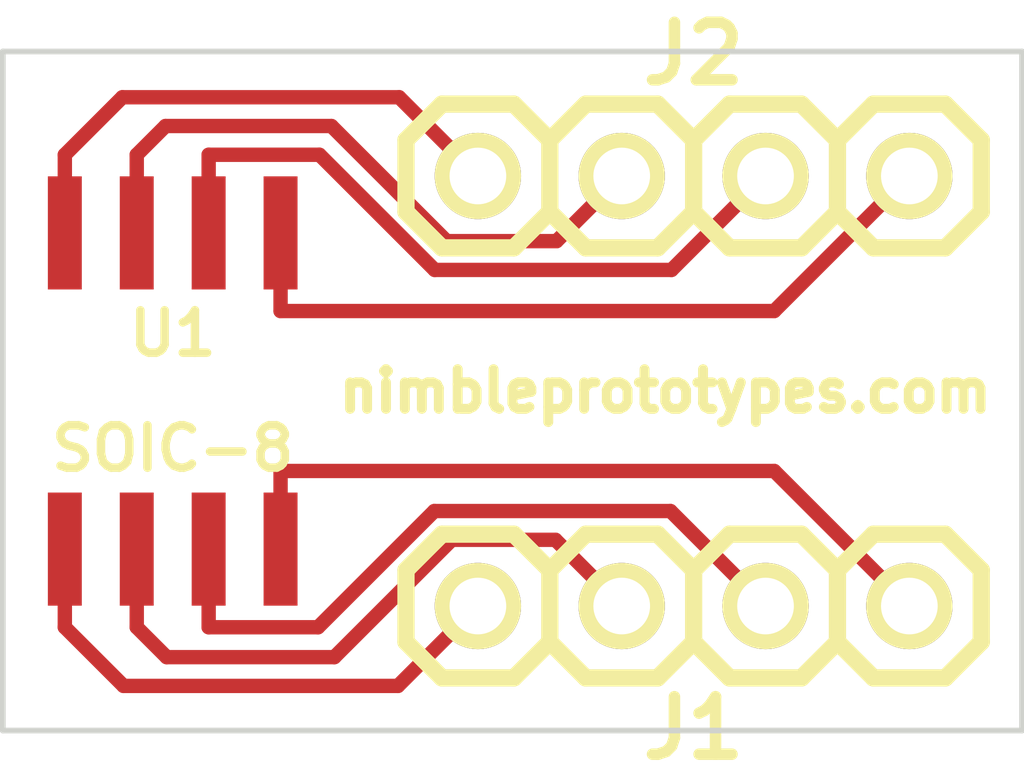
<source format=kicad_pcb>
(kicad_pcb (version 3) (host pcbnew "(2013-07-07 BZR 4022)-stable")

  (general
    (links 8)
    (no_connects 0)
    (area 248.797538 122.7804 267.050001 139.2196)
    (thickness 1.6)
    (drawings 5)
    (tracks 36)
    (zones 0)
    (modules 3)
    (nets 9)
  )

  (page A3)
  (layers
    (15 F.Cu signal)
    (0 B.Cu signal)
    (16 B.Adhes user)
    (17 F.Adhes user)
    (18 B.Paste user)
    (19 F.Paste user)
    (20 B.SilkS user)
    (21 F.SilkS user)
    (22 B.Mask user)
    (23 F.Mask user)
    (24 Dwgs.User user)
    (25 Cmts.User user)
    (26 Eco1.User user)
    (27 Eco2.User user)
    (28 Edge.Cuts user)
  )

  (setup
    (last_trace_width 0.254)
    (trace_clearance 0.254)
    (zone_clearance 0.508)
    (zone_45_only no)
    (trace_min 0.254)
    (segment_width 0.2)
    (edge_width 0.1)
    (via_size 0.889)
    (via_drill 0.635)
    (via_min_size 0.889)
    (via_min_drill 0.508)
    (uvia_size 0.508)
    (uvia_drill 0.127)
    (uvias_allowed no)
    (uvia_min_size 0.508)
    (uvia_min_drill 0.127)
    (pcb_text_width 0.3)
    (pcb_text_size 1.5 1.5)
    (mod_edge_width 0.15)
    (mod_text_size 1 1)
    (mod_text_width 0.15)
    (pad_size 1.5 1.5)
    (pad_drill 0.6)
    (pad_to_mask_clearance 0)
    (aux_axis_origin 0 0)
    (visible_elements FFFFFF2F)
    (pcbplotparams
      (layerselection 3178497)
      (usegerberextensions true)
      (excludeedgelayer true)
      (linewidth 0.150000)
      (plotframeref false)
      (viasonmask false)
      (mode 1)
      (useauxorigin false)
      (hpglpennumber 1)
      (hpglpenspeed 20)
      (hpglpendiameter 15)
      (hpglpenoverlay 2)
      (psnegative false)
      (psa4output false)
      (plotreference true)
      (plotvalue true)
      (plotothertext true)
      (plotinvisibletext false)
      (padsonsilk false)
      (subtractmaskfromsilk false)
      (outputformat 1)
      (mirror false)
      (drillshape 1)
      (scaleselection 1)
      (outputdirectory ""))
  )

  (net 0 "")
  (net 1 N-000001)
  (net 2 N-000002)
  (net 3 N-000003)
  (net 4 N-000004)
  (net 5 N-000005)
  (net 6 N-000006)
  (net 7 N-000007)
  (net 8 N-000008)

  (net_class Default "This is the default net class."
    (clearance 0.254)
    (trace_width 0.254)
    (via_dia 0.889)
    (via_drill 0.635)
    (uvia_dia 0.508)
    (uvia_drill 0.127)
    (add_net "")
    (add_net N-000001)
    (add_net N-000002)
    (add_net N-000003)
    (add_net N-000004)
    (add_net N-000005)
    (add_net N-000006)
    (add_net N-000007)
    (add_net N-000008)
  )

  (module SOIC-8 (layer F.Cu) (tedit 4E68852E) (tstamp 532E036B)
    (at 252 131)
    (descr SOIC-8)
    (path /532DFAC2)
    (fp_text reference U1 (at 0 -1.016) (layer F.SilkS)
      (effects (font (size 0.7493 0.7493) (thickness 0.14986)))
    )
    (fp_text value SOIC-8 (at 0 1.016) (layer F.SilkS)
      (effects (font (size 0.7493 0.7493) (thickness 0.14986)))
    )
    (pad 1 smd rect (at -1.905 2.794) (size 0.59944 1.99898)
      (layers F.Cu F.Paste F.Mask)
      (net 1 N-000001)
    )
    (pad 2 smd rect (at -0.635 2.794) (size 0.59944 1.99898)
      (layers F.Cu F.Paste F.Mask)
      (net 6 N-000006)
    )
    (pad 3 smd rect (at 0.635 2.794) (size 0.59944 1.99898)
      (layers F.Cu F.Paste F.Mask)
      (net 7 N-000007)
    )
    (pad 4 smd rect (at 1.905 2.794) (size 0.59944 1.99898)
      (layers F.Cu F.Paste F.Mask)
      (net 8 N-000008)
    )
    (pad 5 smd rect (at 1.905 -2.794) (size 0.59944 1.99898)
      (layers F.Cu F.Paste F.Mask)
      (net 4 N-000004)
    )
    (pad 6 smd rect (at 0.635 -2.794) (size 0.59944 1.99898)
      (layers F.Cu F.Paste F.Mask)
      (net 3 N-000003)
    )
    (pad 7 smd rect (at -0.635 -2.794) (size 0.59944 1.99898)
      (layers F.Cu F.Paste F.Mask)
      (net 2 N-000002)
    )
    (pad 8 smd rect (at -1.905 -2.794) (size 0.59944 1.99898)
      (layers F.Cu F.Paste F.Mask)
      (net 5 N-000005)
    )
    (model np_bob001/soic-8.wrl
      (at (xyz 0 0 0))
      (scale (xyz 1 1 1))
      (rotate (xyz 0 0 0))
    )
  )

  (module header_4 (layer F.Cu) (tedit 4B90DFFC) (tstamp 532E0390)
    (at 261.2 134.8 180)
    (descr "Pin strip 4pin")
    (tags "CONN DEV")
    (path /532DFAD1)
    (fp_text reference J1 (at 0 -2.159 180) (layer F.SilkS)
      (effects (font (size 1.016 1.016) (thickness 0.2032)))
    )
    (fp_text value HEADER_4 (at 0.254 -3.556 180) (layer F.SilkS) hide
      (effects (font (size 1.016 0.889) (thickness 0.2032)))
    )
    (fp_line (start -5.08 -0.635) (end -5.08 0.635) (layer F.SilkS) (width 0.3048))
    (fp_line (start -5.08 0.635) (end -4.445 1.27) (layer F.SilkS) (width 0.3048))
    (fp_line (start -4.445 1.27) (end -3.175 1.27) (layer F.SilkS) (width 0.3048))
    (fp_line (start -3.175 1.27) (end -2.54 0.635) (layer F.SilkS) (width 0.3048))
    (fp_line (start -2.54 0.635) (end -2.54 -0.635) (layer F.SilkS) (width 0.3048))
    (fp_line (start -2.54 -0.635) (end -3.175 -1.27) (layer F.SilkS) (width 0.3048))
    (fp_line (start -3.175 -1.27) (end -4.445 -1.27) (layer F.SilkS) (width 0.3048))
    (fp_line (start -4.445 -1.27) (end -5.08 -0.635) (layer F.SilkS) (width 0.3048))
    (fp_line (start -2.54 0.635) (end -1.905 1.27) (layer F.SilkS) (width 0.3048))
    (fp_line (start -1.905 1.27) (end -0.635 1.27) (layer F.SilkS) (width 0.3048))
    (fp_line (start -0.635 1.27) (end 0 0.635) (layer F.SilkS) (width 0.3048))
    (fp_line (start 0 0.635) (end 0 -0.635) (layer F.SilkS) (width 0.3048))
    (fp_line (start 0 -0.635) (end -0.635 -1.27) (layer F.SilkS) (width 0.3048))
    (fp_line (start -0.635 -1.27) (end -1.905 -1.27) (layer F.SilkS) (width 0.3048))
    (fp_line (start -1.905 -1.27) (end -2.54 -0.635) (layer F.SilkS) (width 0.3048))
    (fp_line (start 0 0.635) (end 0.635 1.27) (layer F.SilkS) (width 0.3048))
    (fp_line (start 0.635 1.27) (end 1.905 1.27) (layer F.SilkS) (width 0.3048))
    (fp_line (start 1.905 1.27) (end 2.54 0.635) (layer F.SilkS) (width 0.3048))
    (fp_line (start 2.54 0.635) (end 2.54 -0.635) (layer F.SilkS) (width 0.3048))
    (fp_line (start 2.54 -0.635) (end 1.905 -1.27) (layer F.SilkS) (width 0.3048))
    (fp_line (start 1.905 -1.27) (end 0.635 -1.27) (layer F.SilkS) (width 0.3048))
    (fp_line (start 0.635 -1.27) (end 0 -0.635) (layer F.SilkS) (width 0.3048))
    (fp_line (start 2.54 0.635) (end 3.175 1.27) (layer F.SilkS) (width 0.3048))
    (fp_line (start 3.175 1.27) (end 4.445 1.27) (layer F.SilkS) (width 0.3048))
    (fp_line (start 4.445 1.27) (end 5.08 0.635) (layer F.SilkS) (width 0.3048))
    (fp_line (start 5.08 0.635) (end 5.08 -0.635) (layer F.SilkS) (width 0.3048))
    (fp_line (start 5.08 -0.635) (end 4.445 -1.27) (layer F.SilkS) (width 0.3048))
    (fp_line (start 4.445 -1.27) (end 3.175 -1.27) (layer F.SilkS) (width 0.3048))
    (fp_line (start 3.175 -1.27) (end 2.54 -0.635) (layer F.SilkS) (width 0.3048))
    (pad 1 thru_hole circle (at -3.81 0 180) (size 1.524 1.524) (drill 1.00076)
      (layers *.Cu *.Mask F.SilkS)
      (net 8 N-000008)
    )
    (pad 2 thru_hole circle (at -1.27 0 180) (size 1.524 2.19964) (drill 1.00076)
      (layers *.Cu *.Mask F.SilkS)
      (net 7 N-000007)
    )
    (pad 3 thru_hole circle (at 1.27 0 180) (size 1.524 2.19964) (drill 1.00076)
      (layers *.Cu *.Mask F.SilkS)
      (net 6 N-000006)
    )
    (pad 4 thru_hole circle (at 3.81 0 180) (size 1.524 2.19964) (drill 1.00076)
      (layers *.Cu *.Mask F.SilkS)
      (net 1 N-000001)
    )
    (model np_bob001/header_4.wrl
      (at (xyz 0 0 0))
      (scale (xyz 1 1 1))
      (rotate (xyz 0 0 0))
    )
  )

  (module header_4 (layer F.Cu) (tedit 4B90DFFC) (tstamp 532E03B5)
    (at 261.2 127.2)
    (descr "Pin strip 4pin")
    (tags "CONN DEV")
    (path /532DFAE0)
    (fp_text reference J2 (at 0 -2.159) (layer F.SilkS)
      (effects (font (size 1.016 1.016) (thickness 0.2032)))
    )
    (fp_text value HEADER_4 (at 0.254 -3.556) (layer F.SilkS) hide
      (effects (font (size 1.016 0.889) (thickness 0.2032)))
    )
    (fp_line (start -5.08 -0.635) (end -5.08 0.635) (layer F.SilkS) (width 0.3048))
    (fp_line (start -5.08 0.635) (end -4.445 1.27) (layer F.SilkS) (width 0.3048))
    (fp_line (start -4.445 1.27) (end -3.175 1.27) (layer F.SilkS) (width 0.3048))
    (fp_line (start -3.175 1.27) (end -2.54 0.635) (layer F.SilkS) (width 0.3048))
    (fp_line (start -2.54 0.635) (end -2.54 -0.635) (layer F.SilkS) (width 0.3048))
    (fp_line (start -2.54 -0.635) (end -3.175 -1.27) (layer F.SilkS) (width 0.3048))
    (fp_line (start -3.175 -1.27) (end -4.445 -1.27) (layer F.SilkS) (width 0.3048))
    (fp_line (start -4.445 -1.27) (end -5.08 -0.635) (layer F.SilkS) (width 0.3048))
    (fp_line (start -2.54 0.635) (end -1.905 1.27) (layer F.SilkS) (width 0.3048))
    (fp_line (start -1.905 1.27) (end -0.635 1.27) (layer F.SilkS) (width 0.3048))
    (fp_line (start -0.635 1.27) (end 0 0.635) (layer F.SilkS) (width 0.3048))
    (fp_line (start 0 0.635) (end 0 -0.635) (layer F.SilkS) (width 0.3048))
    (fp_line (start 0 -0.635) (end -0.635 -1.27) (layer F.SilkS) (width 0.3048))
    (fp_line (start -0.635 -1.27) (end -1.905 -1.27) (layer F.SilkS) (width 0.3048))
    (fp_line (start -1.905 -1.27) (end -2.54 -0.635) (layer F.SilkS) (width 0.3048))
    (fp_line (start 0 0.635) (end 0.635 1.27) (layer F.SilkS) (width 0.3048))
    (fp_line (start 0.635 1.27) (end 1.905 1.27) (layer F.SilkS) (width 0.3048))
    (fp_line (start 1.905 1.27) (end 2.54 0.635) (layer F.SilkS) (width 0.3048))
    (fp_line (start 2.54 0.635) (end 2.54 -0.635) (layer F.SilkS) (width 0.3048))
    (fp_line (start 2.54 -0.635) (end 1.905 -1.27) (layer F.SilkS) (width 0.3048))
    (fp_line (start 1.905 -1.27) (end 0.635 -1.27) (layer F.SilkS) (width 0.3048))
    (fp_line (start 0.635 -1.27) (end 0 -0.635) (layer F.SilkS) (width 0.3048))
    (fp_line (start 2.54 0.635) (end 3.175 1.27) (layer F.SilkS) (width 0.3048))
    (fp_line (start 3.175 1.27) (end 4.445 1.27) (layer F.SilkS) (width 0.3048))
    (fp_line (start 4.445 1.27) (end 5.08 0.635) (layer F.SilkS) (width 0.3048))
    (fp_line (start 5.08 0.635) (end 5.08 -0.635) (layer F.SilkS) (width 0.3048))
    (fp_line (start 5.08 -0.635) (end 4.445 -1.27) (layer F.SilkS) (width 0.3048))
    (fp_line (start 4.445 -1.27) (end 3.175 -1.27) (layer F.SilkS) (width 0.3048))
    (fp_line (start 3.175 -1.27) (end 2.54 -0.635) (layer F.SilkS) (width 0.3048))
    (pad 1 thru_hole circle (at -3.81 0) (size 1.524 1.524) (drill 1.00076)
      (layers *.Cu *.Mask F.SilkS)
      (net 5 N-000005)
    )
    (pad 2 thru_hole circle (at -1.27 0) (size 1.524 2.19964) (drill 1.00076)
      (layers *.Cu *.Mask F.SilkS)
      (net 2 N-000002)
    )
    (pad 3 thru_hole circle (at 1.27 0) (size 1.524 2.19964) (drill 1.00076)
      (layers *.Cu *.Mask F.SilkS)
      (net 3 N-000003)
    )
    (pad 4 thru_hole circle (at 3.81 0) (size 1.524 2.19964) (drill 1.00076)
      (layers *.Cu *.Mask F.SilkS)
      (net 4 N-000004)
    )
    (model np_bob001/header_4.wrl
      (at (xyz 0 0 0))
      (scale (xyz 1 1 1))
      (rotate (xyz 0 0 0))
    )
  )

  (gr_text nimbleprototypes.com (at 260.7 131) (layer F.SilkS)
    (effects (font (size 0.7 0.7) (thickness 0.175)))
  )
  (gr_line (start 249 137) (end 249 125) (angle 90) (layer Edge.Cuts) (width 0.1))
  (gr_line (start 267 137) (end 249 137) (angle 90) (layer Edge.Cuts) (width 0.1))
  (gr_line (start 267 125) (end 267 137) (angle 90) (layer Edge.Cuts) (width 0.1))
  (gr_line (start 249 125) (end 267 125) (angle 90) (layer Edge.Cuts) (width 0.1))

  (segment (start 250.095 133.794) (end 250.095 135.1748) (width 0.254) (layer F.Cu) (net 1))
  (segment (start 255.9783 136.2117) (end 257.39 134.8) (width 0.254) (layer F.Cu) (net 1))
  (segment (start 251.1319 136.2117) (end 255.9783 136.2117) (width 0.254) (layer F.Cu) (net 1))
  (segment (start 250.095 135.1748) (end 251.1319 136.2117) (width 0.254) (layer F.Cu) (net 1))
  (segment (start 251.8733 126.3169) (end 251.365 126.8252) (width 0.254) (layer F.Cu) (net 2))
  (segment (start 254.8031 126.3169) (end 251.8733 126.3169) (width 0.254) (layer F.Cu) (net 2))
  (segment (start 256.8379 128.3517) (end 254.8031 126.3169) (width 0.254) (layer F.Cu) (net 2))
  (segment (start 258.7783 128.3517) (end 256.8379 128.3517) (width 0.254) (layer F.Cu) (net 2))
  (segment (start 259.93 127.2) (end 258.7783 128.3517) (width 0.254) (layer F.Cu) (net 2))
  (segment (start 251.365 128.206) (end 251.365 126.8252) (width 0.254) (layer F.Cu) (net 2))
  (segment (start 252.635 128.206) (end 252.635 126.8252) (width 0.254) (layer F.Cu) (net 3))
  (segment (start 254.5925 126.8252) (end 252.635 126.8252) (width 0.254) (layer F.Cu) (net 3))
  (segment (start 256.6273 128.86) (end 254.5925 126.8252) (width 0.254) (layer F.Cu) (net 3))
  (segment (start 260.81 128.86) (end 256.6273 128.86) (width 0.254) (layer F.Cu) (net 3))
  (segment (start 262.47 127.2) (end 260.81 128.86) (width 0.254) (layer F.Cu) (net 3))
  (segment (start 262.6232 129.5868) (end 253.905 129.5868) (width 0.254) (layer F.Cu) (net 4))
  (segment (start 265.01 127.2) (end 262.6232 129.5868) (width 0.254) (layer F.Cu) (net 4))
  (segment (start 253.905 128.206) (end 253.905 129.5868) (width 0.254) (layer F.Cu) (net 4))
  (segment (start 250.095 128.206) (end 250.095 126.8252) (width 0.254) (layer F.Cu) (net 5))
  (segment (start 251.1116 125.8086) (end 250.095 126.8252) (width 0.254) (layer F.Cu) (net 5))
  (segment (start 255.9986 125.8086) (end 251.1116 125.8086) (width 0.254) (layer F.Cu) (net 5))
  (segment (start 257.39 127.2) (end 255.9986 125.8086) (width 0.254) (layer F.Cu) (net 5))
  (segment (start 251.8936 135.7034) (end 251.365 135.1748) (width 0.254) (layer F.Cu) (net 6))
  (segment (start 254.8549 135.7034) (end 251.8936 135.7034) (width 0.254) (layer F.Cu) (net 6))
  (segment (start 256.9286 133.6297) (end 254.8549 135.7034) (width 0.254) (layer F.Cu) (net 6))
  (segment (start 258.7597 133.6297) (end 256.9286 133.6297) (width 0.254) (layer F.Cu) (net 6))
  (segment (start 259.93 134.8) (end 258.7597 133.6297) (width 0.254) (layer F.Cu) (net 6))
  (segment (start 251.365 133.794) (end 251.365 135.1748) (width 0.254) (layer F.Cu) (net 6))
  (segment (start 252.635 133.794) (end 252.635 135.1748) (width 0.254) (layer F.Cu) (net 7))
  (segment (start 254.567 135.1748) (end 252.635 135.1748) (width 0.254) (layer F.Cu) (net 7))
  (segment (start 256.6204 133.1214) (end 254.567 135.1748) (width 0.254) (layer F.Cu) (net 7))
  (segment (start 260.7914 133.1214) (end 256.6204 133.1214) (width 0.254) (layer F.Cu) (net 7))
  (segment (start 262.47 134.8) (end 260.7914 133.1214) (width 0.254) (layer F.Cu) (net 7))
  (segment (start 262.6232 132.4132) (end 253.905 132.4132) (width 0.254) (layer F.Cu) (net 8))
  (segment (start 265.01 134.8) (end 262.6232 132.4132) (width 0.254) (layer F.Cu) (net 8))
  (segment (start 253.905 133.794) (end 253.905 132.4132) (width 0.254) (layer F.Cu) (net 8))

)

</source>
